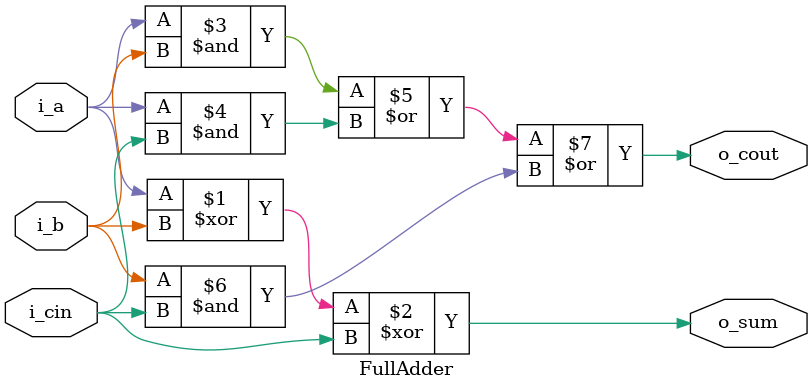
<source format=v>

`default_nettype none

module FullAdder(
	input i_a,
	input i_b,
	input i_cin,
	output o_sum,
	output o_cout
);

	// Logic equations
    assign o_sum  = i_a ^ i_b ^ i_cin;                 		// XOR for sum
    assign o_cout = (i_a & i_b) | (i_a & i_cin) | (i_b & i_cin); // carry propagate

endmodule

`default_nettype wire

</source>
